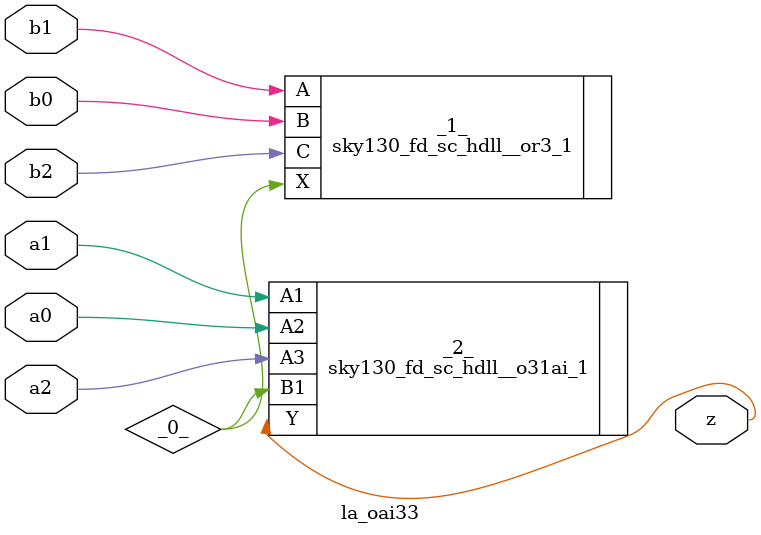
<source format=v>

/* Generated by Yosys 0.38+92 (git sha1 84116c9a3, x86_64-conda-linux-gnu-cc 11.2.0 -fvisibility-inlines-hidden -fmessage-length=0 -march=nocona -mtune=haswell -ftree-vectorize -fPIC -fstack-protector-strong -fno-plt -O2 -ffunction-sections -fdebug-prefix-map=/root/conda-eda/conda-eda/workdir/conda-env/conda-bld/yosys_1708682838165/work=/usr/local/src/conda/yosys-0.38_93_g84116c9a3 -fdebug-prefix-map=/user/projekt_pia/miniconda3/envs/sc=/usr/local/src/conda-prefix -fPIC -Os -fno-merge-constants) */

module la_oai33(a0, a1, a2, b0, b1, b2, z);
  wire _0_;
  input a0;
  wire a0;
  input a1;
  wire a1;
  input a2;
  wire a2;
  input b0;
  wire b0;
  input b1;
  wire b1;
  input b2;
  wire b2;
  output z;
  wire z;
  sky130_fd_sc_hdll__or3_1 _1_ (
    .A(b1),
    .B(b0),
    .C(b2),
    .X(_0_)
  );
  sky130_fd_sc_hdll__o31ai_1 _2_ (
    .A1(a1),
    .A2(a0),
    .A3(a2),
    .B1(_0_),
    .Y(z)
  );
endmodule

</source>
